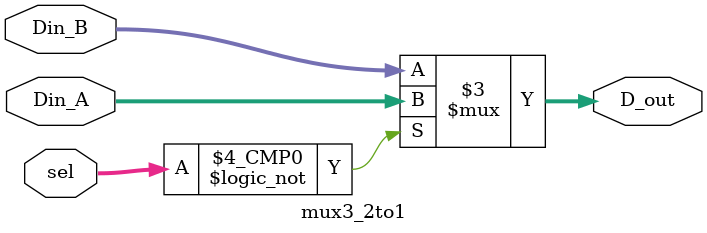
<source format=sv>
module mux3_2to1 (
	input	[2:0]	Din_A,
	input	[2:0]	Din_B,
    input	[1:0]	sel,
    output  logic [2:0]	D_out
);

// always block occurs when triggered by one of the inputs
always @ (Din_A or Din_B  or sel)
	begin
		case (sel)
			1'b0 :		D_out = Din_A;	// if sel is 0
			default :	D_out = Din_B;	// if sel is 1 (not 0)
		endcase
	end

endmodule

</source>
